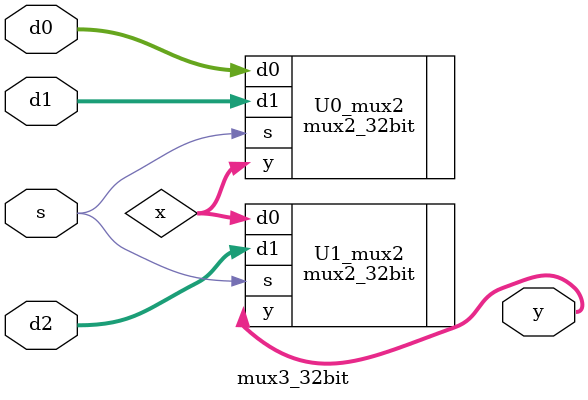
<source format=v>
module mux3_32bit(d0, d1, d2, s, y);
	input [31:0] d0, d1, d2;
	input s;
	output [31:0] y;
	
	wire [31:0] x;
	
	// instance mux2_32bit
	mux2_32bit U0_mux2(.d0(d0), .d1(d1), .s(s), .y(x));
	mux2_32bit U1_mux2(.d0(x), .d1(d2), .s(s), .y(y));
	
endmodule

</source>
